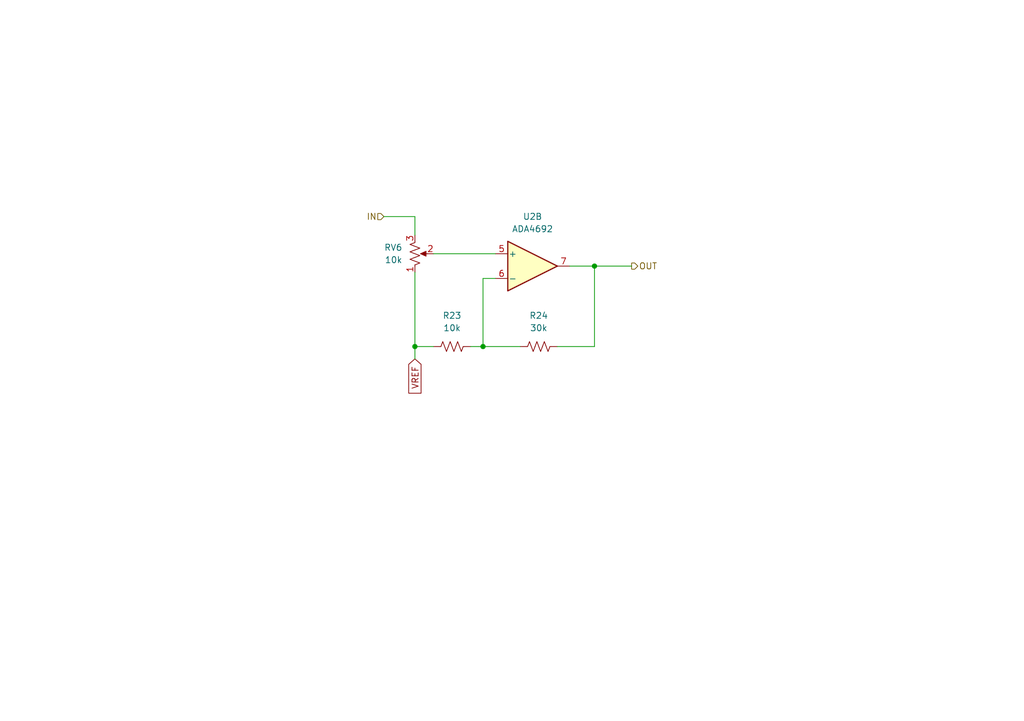
<source format=kicad_sch>
(kicad_sch (version 20250114) (generator "eeschema") (generator_version "9.0")
  (paper "A5")
  (title_block (title "EL223FP4L1") (date "2025-05-08") (rev "1") (company "Boles & Walker") (comment 1 "OUTPUT GAIN"))
  (lib_symbols
    (symbol "Custom:ADA4692-2" (pin_names (offset 0.127))
      (property "Reference" "U" (at 2.54 6.35 0))
      (property "Value" "ADA4692-2" (at 2.54 3.81 0))
      (symbol "ADA4692-2_1_1"
        (polyline (pts (xy 5.08 0) (xy -5.08 5.08) (xy -5.08 -5.08) (xy 5.08 0)) (stroke (width 0.254)) (fill (type background)))
        (pin input line (at -7.62 2.54 0) (length 2.54) (name "+") (number "3"))
        (pin input line (at -7.62 -2.54 0) (length 2.54) (name "-") (number "2"))
        (pin output line (at 7.62 0 180) (length 2.54) (name "~") (number "1"))
      )
      (symbol "ADA4692-2_2_1"
        (polyline (pts (xy 5.08 0) (xy -5.08 5.08) (xy -5.08 -5.08) (xy 5.08 0)) (stroke (width 0.254)) (fill (type background)))
        (pin input line (at -7.62 2.54 0) (length 2.54) (name "+") (number "5"))
        (pin input line (at -7.62 -2.54 0) (length 2.54) (name "-") (number "6"))
        (pin output line (at 7.62 0 180) (length 2.54) (name "~") (number "7"))
      )
      (symbol "ADA4692-2_3_1"
        (pin power_in line (at 0 7.62 270) (length 3.81) (name "V+") (number "8"))
        (pin power_in line (at 0 -7.62 90) (length 3.81) (name "V-") (number "4"))
      )
    )
    (symbol "Device:R_Potentiometer_US" (pin_names (offset 1.016) (hide yes))
      (property "Reference" "RV" (at -4.445 0 90))
      (property "Value" "R_Potentiometer_US" (at -2.54 0 90))
      (symbol "R_Potentiometer_US_0_1"
        (polyline (pts (xy 0 2.54) (xy 0 2.286)))
        (polyline (pts (xy 0 2.286) (xy 1.016 1.905) (xy 0 1.524) (xy -1.016 1.143) (xy 0 0.762)))
        (polyline (pts (xy 0 0.762) (xy 1.016 0.381) (xy 0 0) (xy -1.016 -0.381) (xy 0 -0.762)))
        (polyline (pts (xy 0 -0.762) (xy 1.016 -1.143) (xy 0 -1.524) (xy -1.016 -1.905) (xy 0 -2.286)))
        (polyline (pts (xy 0 -2.286) (xy 0 -2.54)))
        (polyline (pts (xy 1.143 0) (xy 2.286 0.508) (xy 2.286 -0.508) (xy 1.143 0)) (fill (type outline)))
        (polyline (pts (xy 2.54 0) (xy 1.524 0)))
      )
      (symbol "R_Potentiometer_US_1_1"
        (pin passive line (at 0 3.81 270) (length 1.27) (name "1") (number "1"))
        (pin passive line (at 0 -3.81 90) (length 1.27) (name "3") (number "3"))
        (pin passive line (at 3.81 0 180) (length 1.27) (name "2") (number "2"))
      )
    )
    (symbol "Device:R_US" (pin_numbers (hide yes)) (pin_names (offset 0))
      (property "Reference" "R" (at 2.54 0 90))
      (property "Value" "R_US" (at -2.54 0 90))
      (symbol "R_US_0_1"
        (polyline (pts (xy 0 2.286) (xy 0 2.54)))
        (polyline (pts (xy 0 2.286) (xy 1.016 1.905) (xy 0 1.524) (xy -1.016 1.143) (xy 0 0.762)))
        (polyline (pts (xy 0 0.762) (xy 1.016 0.381) (xy 0 0) (xy -1.016 -0.381) (xy 0 -0.762)))
        (polyline (pts (xy 0 -0.762) (xy 1.016 -1.143) (xy 0 -1.524) (xy -1.016 -1.905) (xy 0 -2.286)))
        (polyline (pts (xy 0 -2.286) (xy 0 -2.54)))
      )
      (symbol "R_US_1_1"
        (pin passive line (at 0 3.81 270) (length 1.27) (name "~") (number "1"))
        (pin passive line (at 0 -3.81 90) (length 1.27) (name "~") (number "2"))
      )
    )
  )
  (junction (at 99.06 71.12))
  (junction (at 121.92 54.61))
  (junction (at 85.09 71.12))
  (wire (pts (xy 85.09 44.45) (xy 85.09 48.26)))
  (wire (pts (xy 99.06 57.15) (xy 101.6 57.15)))
  (wire (pts (xy 121.92 71.12) (xy 121.92 54.61)))
  (wire (pts (xy 121.92 54.61) (xy 129.54 54.61)))
  (wire (pts (xy 88.9 52.07) (xy 101.6 52.07)))
  (wire (pts (xy 88.9 71.12) (xy 85.09 71.12)))
  (wire (pts (xy 85.09 73.66) (xy 85.09 71.12)))
  (wire (pts (xy 78.74 44.45) (xy 85.09 44.45)))
  (wire (pts (xy 99.06 71.12) (xy 106.68 71.12)))
  (wire (pts (xy 116.84 54.61) (xy 121.92 54.61)))
  (wire (pts (xy 96.52 71.12) (xy 99.06 71.12)))
  (wire (pts (xy 99.06 71.12) (xy 99.06 57.15)))
  (wire (pts (xy 85.09 55.88) (xy 85.09 71.12)))
  (wire (pts (xy 114.3 71.12) (xy 121.92 71.12)))
  (global_label "VREF" (shape input) (at 85.09 73.66 270) (property "Intersheetrefs" "${INTERSHEET_REFS}" (effects (hide yes))))
  (hierarchical_label "IN" (shape input) (at 78.74 44.45 180))
  (hierarchical_label "OUT" (shape output) (at 129.54 54.61 0))
  (symbol (lib_id "Custom:ADA4692-2") (at 109.22 54.61 0) (unit 2)
    (property "Reference" "U2" (at 109.22 44.45 0))
    (property "Value" "ADA4692" (at 109.22 46.99 0))
    (property "Footprint" "Package_SO:SOIC-8_3.9x4.9mm_P1.27mm" (effects (hide yes)))
    (property "Datasheet" "https://www.analog.com/media/en/technical-documentation/data-sheets/ADA4691-2_4691-4_4692-2_4692-4.pdf" (effects (hide yes)))
    (property "Description" "Dual Low Noise, Precision, Rail-to-Rail Output, JFET Op Amp, SOIC-8" (effects (hide yes)))
    (property "Sim.Library" "ada4692.sub" (effects (hide yes)))
    (property "Sim.Name" "ADA4692-2" (effects (hide yes)))
    (property "Sim.Device" "SUBCKT" (effects (hide yes)))
    (property "Sim.Pins" "1=AOUT 2=AIN- 3=AIN+ 4=V- 5=BIN+ 6=BIN- 7=BOUT 8=V+" (effects (hide yes)))
    (property "Part" "ADA4692-2ARZ" (effects (hide yes)))
  )
  (symbol (lib_id "Device:R_Potentiometer_US") (at 85.09 52.07 0) (mirror x) (unit 1)
    (property "Reference" "RV6" (at 82.55 50.8 0) (effects (justify right)))
    (property "Value" "10k" (at 82.55 53.34 0) (effects (justify right)))
    (property "Footprint" "Custom:Potentiometer_Bourns_PTV09A-1_Single_Vertical" (effects (hide yes)))
    (property "Datasheet" "https://www.mouser.com/datasheet/2/54/ptv09-777818.pdf" (effects (hide yes)))
    (property "Description" "Potentiometer, US symbol" (effects (hide yes)))
    (property "Sim.Device" "R" (effects (hide yes)))
    (property "Sim.Type" "POT" (effects (hide yes)))
    (property "Sim.Pins" "1=r0 2=wiper 3=r1" (effects (hide yes)))
    (property "Sim.Params" "pos=0.75" (effects (hide yes)))
    (property "Part" "PTV09A-4020U-B103" (effects (hide yes)))
  )
  (symbol (lib_id "Device:R_US") (at 92.71 71.12 90) (unit 1)
    (property "Reference" "R23" (at 92.71 64.77 90))
    (property "Value" "10k" (at 92.71 67.31 90))
    (property "Footprint" "Resistor_SMD:R_0805_2012Metric_Pad1.20x1.40mm_HandSolder" (effects (hide yes)))
    (property "Description" "Resistor, US symbol" (effects (hide yes)))
  )
  (symbol (lib_id "Device:R_US") (at 110.49 71.12 90) (unit 1)
    (property "Reference" "R24" (at 110.49 64.77 90))
    (property "Value" "30k" (at 110.49 67.31 90))
    (property "Footprint" "Resistor_SMD:R_0805_2012Metric_Pad1.20x1.40mm_HandSolder" (effects (hide yes)))
    (property "Datasheet" "https://static6.arrow.com/aropdfconversion/e88ae8119cc3549cbba033af6c2c6bd3b2796839/1088fileversion.pdf" (effects (hide yes)))
    (property "Description" "Resistor, US symbol" (effects (hide yes)))
    (property "Part" "ERJ-P06F3002V" (effects (hide yes)))
  )
)
</source>
